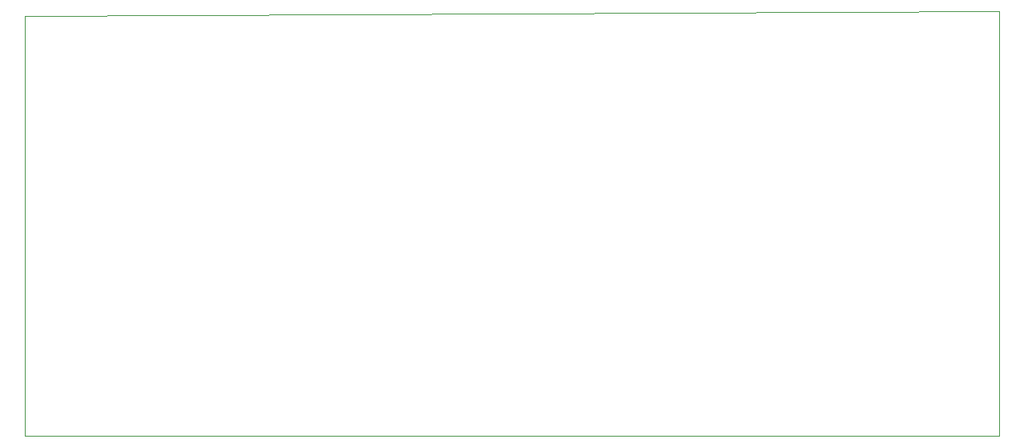
<source format=gbr>
G04 #@! TF.GenerationSoftware,KiCad,Pcbnew,5.1.2-f72e74a~84~ubuntu18.04.1*
G04 #@! TF.CreationDate,2019-08-10T16:00:54+02:00*
G04 #@! TF.ProjectId,roboy_2.0_forarm_shield,726f626f-795f-4322-9e30-5f666f726172,rev?*
G04 #@! TF.SameCoordinates,Original*
G04 #@! TF.FileFunction,Profile,NP*
%FSLAX46Y46*%
G04 Gerber Fmt 4.6, Leading zero omitted, Abs format (unit mm)*
G04 Created by KiCad (PCBNEW 5.1.2-f72e74a~84~ubuntu18.04.1) date 2019-08-10 16:00:54*
%MOMM*%
%LPD*%
G04 APERTURE LIST*
%ADD10C,0.050000*%
G04 APERTURE END LIST*
D10*
X88500000Y-110000000D02*
X88500000Y-65500000D01*
X191500000Y-110000000D02*
X88500000Y-110000000D01*
X191500000Y-65000000D02*
X191500000Y-110000000D01*
X88500000Y-65500000D02*
X191500000Y-65000000D01*
M02*

</source>
